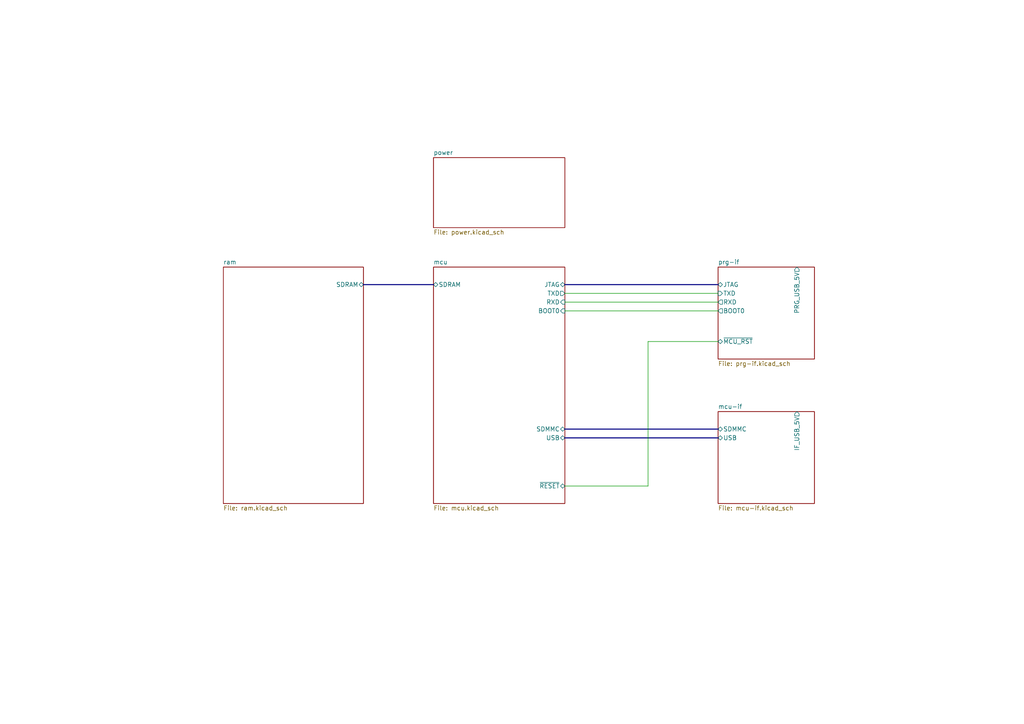
<source format=kicad_sch>
(kicad_sch (version 20211123) (generator eeschema)
  (paper "A4")
  (lib_symbols)
  (wire (pts (xy 187.96 140.97) (xy 187.96 99.06)))
  (bus (pts (xy 163.83 82.55) (xy 208.28 82.55)))
  (wire (pts (xy 187.96 140.97) (xy 163.83 140.97)))
  (wire (pts (xy 187.96 99.06) (xy 208.28 99.06)))
  (wire (pts (xy 163.83 87.63) (xy 208.28 87.63)))
  (bus (pts (xy 105.41 82.55) (xy 125.73 82.55)))
  (bus (pts (xy 163.83 127) (xy 208.28 127)))
  (wire (pts (xy 163.83 90.17) (xy 208.28 90.17)))
  (wire (pts (xy 163.83 85.09) (xy 208.28 85.09)))
  (bus (pts (xy 163.83 124.46) (xy 208.28 124.46)))
  (sheet (at 64.77 77.47) (size 40.64 68.58) (stroke (width 0.1524))
    (property "Sheet name" "ram" (at 64.77 76.7584 0) (effects (justify left bottom)))
    (property "Sheet file" "ram.kicad_sch" (at 64.77 146.6346 0) (effects (justify left top)))
    (pin "SDRAM" bidirectional (at 105.41 82.55 0))
  )
  (sheet (at 208.28 77.47) (size 27.94 26.67) (stroke (width 0.1524))
    (property "Sheet name" "prg-if" (at 208.28 76.7584 0) (effects (justify left bottom)))
    (property "Sheet file" "prg-if.kicad_sch" (at 208.28 104.7246 0) (effects (justify left top)))
    (pin "JTAG" bidirectional (at 208.28 82.55 180))
    (pin "~{MCU_RST}" bidirectional (at 208.28 99.06 180))
    (pin "TXD" input (at 208.28 85.09 180))
    (pin "RXD" output (at 208.28 87.63 180))
    (pin "BOOT0" output (at 208.28 90.17 180))
    (pin "PRG_USB_5V" output (at 231.14 77.47 90))
  )
  (sheet (at 125.73 45.72) (size 38.1 20.32) (stroke (width 0.1524))
    (property "Sheet name" "power" (at 125.73 45.0084 0) (effects (justify left bottom)))
    (property "Sheet file" "power.kicad_sch" (at 125.73 66.6246 0) (effects (justify left top)))
  )
  (sheet (at 125.73 77.47) (size 38.1 68.58) (stroke (width 0.1524))
    (property "Sheet name" "mcu" (at 125.73 76.7584 0) (effects (justify left bottom)))
    (property "Sheet file" "mcu.kicad_sch" (at 125.73 146.6346 0) (effects (justify left top)))
    (pin "JTAG" bidirectional (at 163.83 82.55 0))
    (pin "~{RESET}" bidirectional (at 163.83 140.97 0))
    (pin "TXD" output (at 163.83 85.09 0))
    (pin "RXD" input (at 163.83 87.63 0))
    (pin "BOOT0" input (at 163.83 90.17 0))
    (pin "SDRAM" bidirectional (at 125.73 82.55 180))
    (pin "SDMMC" bidirectional (at 163.83 124.46 0))
    (pin "USB" bidirectional (at 163.83 127 0))
  )
  (sheet (at 208.28 119.38) (size 27.94 26.67) (stroke (width 0.1524))
    (property "Sheet name" "mcu-if" (at 208.28 118.6684 0) (effects (justify left bottom)))
    (property "Sheet file" "mcu-if.kicad_sch" (at 208.28 146.6346 0) (effects (justify left top)))
    (pin "SDMMC" bidirectional (at 208.28 124.46 180))
    (pin "USB" bidirectional (at 208.28 127 180))
    (pin "IF_USB_5V" output (at 231.14 119.38 90))
  )
)
</source>
